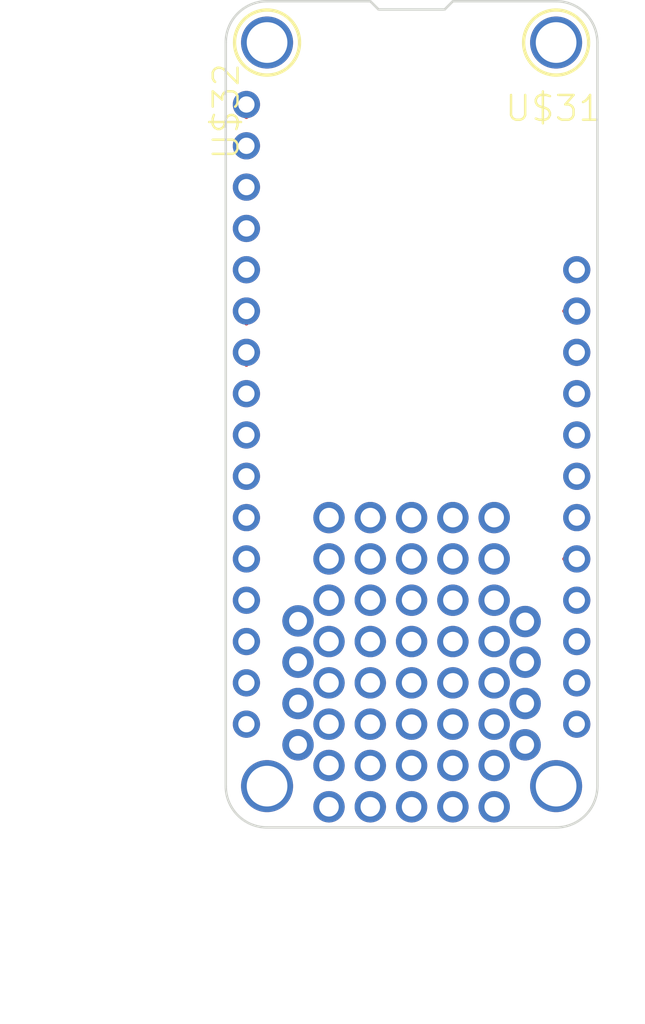
<source format=kicad_pcb>
(kicad_pcb (version 4) (host pcbnew 4.0.7-e2-6376~58~ubuntu16.04.1)

  (general
    (links 1)
    (no_connects 1)
    (area 102.6952 78.0582 166.361502 107.5942)
    (thickness 1.6)
    (drawings 16)
    (tracks 56)
    (zones 0)
    (modules 6)
    (nets 28)
  )

  (page A4)
  (layers
    (0 Top signal)
    (31 Bottom signal)
    (32 B.Adhes user hide)
    (33 F.Adhes user hide)
    (34 B.Paste user hide)
    (35 F.Paste user hide)
    (36 B.SilkS user hide)
    (37 F.SilkS user hide)
    (38 B.Mask user)
    (39 F.Mask user hide)
    (40 Dwgs.User user)
    (41 Cmts.User user hide)
    (42 Eco1.User user)
    (43 Eco2.User user hide)
    (44 Edge.Cuts user)
    (45 Margin user hide)
    (46 B.CrtYd user hide)
    (47 F.CrtYd user hide)
    (48 B.Fab user hide)
    (49 F.Fab user hide)
  )

  (setup
    (last_trace_width 0.25)
    (trace_clearance 0.2)
    (zone_clearance 0.508)
    (zone_45_only no)
    (trace_min 0.2)
    (segment_width 0.2)
    (edge_width 0.15)
    (via_size 0.6)
    (via_drill 0.4)
    (via_min_size 0.4)
    (via_min_drill 0.3)
    (uvia_size 0.3)
    (uvia_drill 0.1)
    (uvias_allowed no)
    (uvia_min_size 0.2)
    (uvia_min_drill 0.1)
    (pcb_text_width 0.3)
    (pcb_text_size 1.5 1.5)
    (mod_edge_width 0.15)
    (mod_text_size 1 1)
    (mod_text_width 0.15)
    (pad_size 3.2 3.2)
    (pad_drill 2.5)
    (pad_to_mask_clearance 0.2)
    (aux_axis_origin 0 0)
    (visible_elements FFFCD60F)
    (pcbplotparams
      (layerselection 0x00030_80000001)
      (usegerberextensions false)
      (excludeedgelayer true)
      (linewidth 0.100000)
      (plotframeref false)
      (viasonmask false)
      (mode 1)
      (useauxorigin false)
      (hpglpennumber 1)
      (hpglpenspeed 20)
      (hpglpendiameter 15)
      (hpglpenoverlay 2)
      (psnegative false)
      (psa4output false)
      (plotreference true)
      (plotvalue true)
      (plotinvisibletext false)
      (padsonsilk false)
      (subtractmaskfromsilk false)
      (outputformat 1)
      (mirror false)
      (drillshape 1)
      (scaleselection 1)
      (outputdirectory ""))
  )

  (net 0 "")
  (net 1 GND)
  (net 2 MOSI)
  (net 3 MISO)
  (net 4 SCK)
  (net 5 A5)
  (net 6 A4)
  (net 7 A3)
  (net 8 A2)
  (net 9 A1)
  (net 10 D11)
  (net 11 D12)
  (net 12 +3V3)
  (net 13 VBUS)
  (net 14 VBAT)
  (net 15 AREF)
  (net 16 D13)
  (net 17 A0)
  (net 18 SCL)
  (net 19 SDA)
  (net 20 D9)
  (net 21 D6)
  (net 22 D5)
  (net 23 D1)
  (net 24 D0)
  (net 25 D10)
  (net 26 !RESET)
  (net 27 EN)

  (net_class Default "This is the default net class."
    (clearance 0.2)
    (trace_width 0.25)
    (via_dia 0.6)
    (via_drill 0.4)
    (uvia_dia 0.3)
    (uvia_drill 0.1)
    (add_net !RESET)
    (add_net +3V3)
    (add_net A0)
    (add_net A1)
    (add_net A2)
    (add_net A3)
    (add_net A4)
    (add_net A5)
    (add_net AREF)
    (add_net D0)
    (add_net D1)
    (add_net D10)
    (add_net D11)
    (add_net D12)
    (add_net D13)
    (add_net D5)
    (add_net D6)
    (add_net D9)
    (add_net EN)
    (add_net GND)
    (add_net MISO)
    (add_net MOSI)
    (add_net SCK)
    (add_net SCL)
    (add_net SDA)
    (add_net VBAT)
    (add_net VBUS)
  )

  (module MOUNTINGHOLE_2.5_PLATED (layer Top) (tedit 5A0C2855) (tstamp 5A0A406A)
    (at 138.9664 73.9651 180)
    (fp_text reference U$32 (at 3.4064 -1.1589 270) (layer F.SilkS)
      (effects (font (thickness 0.15)) (justify right top))
    )
    (fp_text value "" (at 0 0 180) (layer F.SilkS) hide
      (effects (font (thickness 0.15)) (justify right top))
    )
    (fp_circle (center 0 0) (end 2 0) (layer F.SilkS) (width 0.2032))
    (fp_circle (center 0 0) (end 1 0) (layer Cmts.User) (width 2.032))
    (fp_circle (center 0 0) (end 1 0) (layer Cmts.User) (width 2.032))
    (fp_circle (center 0 0) (end 1 0) (layer Cmts.User) (width 2.032))
    (fp_circle (center 0 0) (end 1 0) (layer Cmts.User) (width 2.032))
    (pad "" thru_hole circle (at 0 0 180) (size 3.2 3.2) (drill 2.5) (layers *.Cu *.Mask))
  )

  (module "" (layer Top) (tedit 5A0AE1E7) (tstamp 0)
    (at 156.7464 119.6851 270)
    (fp_text reference "" (at 0.2389 -4.6136 270) (layer F.SilkS) hide
      (effects (font (thickness 0.15)))
    )
    (fp_text value "" (at 0 0 270) (layer F.SilkS)
      (effects (font (thickness 0.15)))
    )
    (pad "" thru_hole circle (at 0 0 270) (size 3.2 3.2) (drill 2.5) (layers *.Cu *.Mask))
  )

  (module "" (layer Top) (tedit 5A0AE1ED) (tstamp 0)
    (at 138.9664 119.6851 270)
    (fp_text reference "" (at 2.5389 4.3064 270) (layer F.SilkS) hide
      (effects (font (thickness 0.15)))
    )
    (fp_text value "" (at 0 0 270) (layer F.SilkS)
      (effects (font (thickness 0.15)))
    )
    (pad "" thru_hole circle (at 0 0 270) (size 3.2 3.2) (drill 2.5) (layers *.Cu *.Mask))
  )

  (module MOUNTINGHOLE_2.5_PLATED (layer Top) (tedit 5A0C2850) (tstamp 5A0A4061)
    (at 156.7464 73.9651 180)
    (fp_text reference U$31 (at -2.9136 -3.1589 180) (layer F.SilkS)
      (effects (font (thickness 0.15)) (justify right top))
    )
    (fp_text value "" (at -3.0136 14.0411 180) (layer F.SilkS) hide
      (effects (font (thickness 0.15)) (justify right top))
    )
    (fp_circle (center 0 0) (end 2 0) (layer F.SilkS) (width 0.2032))
    (fp_circle (center 0 0) (end 1 0) (layer Cmts.User) (width 2.032))
    (fp_circle (center 0 0) (end 1 0) (layer Cmts.User) (width 2.032))
    (fp_circle (center 0 0) (end 1 0) (layer Cmts.User) (width 2.032))
    (fp_circle (center 0 0) (end 1 0) (layer Cmts.User) (width 2.032))
    (pad "" thru_hole circle (at 0 0 180) (size 3.2 3.2) (drill 2.5) (layers *.Cu *.Mask))
  )

  (module 1X16_ROUND (layer Top) (tedit 5A0AE13E) (tstamp 5A0A412C)
    (at 137.6964 96.8251 90)
    (descr "<b>PIN HEADER</b>")
    (fp_text reference "" (at -0.1989 -2.7364 90) (layer F.SilkS) hide
      (effects (font (size 0.77216 0.77216) (thickness 0.138988)) (justify right top))
    )
    (fp_text value "" (at -20.32 3.175 270) (layer F.SilkS)
      (effects (font (size 0.38608 0.38608) (thickness 0.038608)) (justify right top))
    )
    (fp_line (start -20.32 -0.635) (end -20.32 0.635) (layer Dwgs.User) (width 0.2032))
    (fp_poly (pts (xy 16.256 0.254) (xy 16.764 0.254) (xy 16.764 -0.254) (xy 16.256 -0.254)) (layer Dwgs.User) (width 0))
    (fp_poly (pts (xy 13.716 0.254) (xy 14.224 0.254) (xy 14.224 -0.254) (xy 13.716 -0.254)) (layer Dwgs.User) (width 0))
    (fp_poly (pts (xy 11.176 0.254) (xy 11.684 0.254) (xy 11.684 -0.254) (xy 11.176 -0.254)) (layer Dwgs.User) (width 0))
    (fp_poly (pts (xy 8.636 0.254) (xy 9.144 0.254) (xy 9.144 -0.254) (xy 8.636 -0.254)) (layer Dwgs.User) (width 0))
    (fp_poly (pts (xy 6.096 0.254) (xy 6.604 0.254) (xy 6.604 -0.254) (xy 6.096 -0.254)) (layer Dwgs.User) (width 0))
    (fp_poly (pts (xy 3.556 0.254) (xy 4.064 0.254) (xy 4.064 -0.254) (xy 3.556 -0.254)) (layer Dwgs.User) (width 0))
    (fp_poly (pts (xy 1.016 0.254) (xy 1.524 0.254) (xy 1.524 -0.254) (xy 1.016 -0.254)) (layer Dwgs.User) (width 0))
    (fp_poly (pts (xy -1.524 0.254) (xy -1.016 0.254) (xy -1.016 -0.254) (xy -1.524 -0.254)) (layer Dwgs.User) (width 0))
    (fp_poly (pts (xy -4.064 0.254) (xy -3.556 0.254) (xy -3.556 -0.254) (xy -4.064 -0.254)) (layer Dwgs.User) (width 0))
    (fp_poly (pts (xy -6.604 0.254) (xy -6.096 0.254) (xy -6.096 -0.254) (xy -6.604 -0.254)) (layer Dwgs.User) (width 0))
    (fp_poly (pts (xy -9.144 0.254) (xy -8.636 0.254) (xy -8.636 -0.254) (xy -9.144 -0.254)) (layer Dwgs.User) (width 0))
    (fp_poly (pts (xy -11.684 0.254) (xy -11.176 0.254) (xy -11.176 -0.254) (xy -11.684 -0.254)) (layer Dwgs.User) (width 0))
    (fp_poly (pts (xy -14.224 0.254) (xy -13.716 0.254) (xy -13.716 -0.254) (xy -14.224 -0.254)) (layer Dwgs.User) (width 0))
    (fp_poly (pts (xy -16.764 0.254) (xy -16.256 0.254) (xy -16.256 -0.254) (xy -16.764 -0.254)) (layer Dwgs.User) (width 0))
    (fp_poly (pts (xy -19.304 0.254) (xy -18.796 0.254) (xy -18.796 -0.254) (xy -19.304 -0.254)) (layer Dwgs.User) (width 0))
    (fp_poly (pts (xy 18.796 0.254) (xy 19.304 0.254) (xy 19.304 -0.254) (xy 18.796 -0.254)) (layer Dwgs.User) (width 0))
    (pad 1 thru_hole circle (at -19.05 0 180) (size 1.6764 1.6764) (drill 1) (layers *.Cu *.Mask)
      (net 1 GND))
    (pad 2 thru_hole circle (at -16.51 0 180) (size 1.6764 1.6764) (drill 1) (layers *.Cu *.Mask)
      (net 23 D1))
    (pad 3 thru_hole circle (at -13.97 0 180) (size 1.6764 1.6764) (drill 1) (layers *.Cu *.Mask)
      (net 24 D0))
    (pad 4 thru_hole circle (at -11.43 0 180) (size 1.6764 1.6764) (drill 1) (layers *.Cu *.Mask)
      (net 3 MISO))
    (pad 5 thru_hole circle (at -8.89 0 180) (size 1.6764 1.6764) (drill 1) (layers *.Cu *.Mask)
      (net 2 MOSI))
    (pad 6 thru_hole circle (at -6.35 0 180) (size 1.6764 1.6764) (drill 1) (layers *.Cu *.Mask)
      (net 4 SCK))
    (pad 7 thru_hole circle (at -3.81 0 180) (size 1.6764 1.6764) (drill 1) (layers *.Cu *.Mask)
      (net 5 A5))
    (pad 8 thru_hole circle (at -1.27 0 180) (size 1.6764 1.6764) (drill 1) (layers *.Cu *.Mask)
      (net 6 A4))
    (pad 9 thru_hole circle (at 1.27 0 180) (size 1.6764 1.6764) (drill 1) (layers *.Cu *.Mask)
      (net 7 A3))
    (pad 10 thru_hole circle (at 3.81 0 180) (size 1.6764 1.6764) (drill 1) (layers *.Cu *.Mask)
      (net 8 A2))
    (pad 11 thru_hole circle (at 6.35 0 180) (size 1.6764 1.6764) (drill 1) (layers *.Cu *.Mask)
      (net 9 A1))
    (pad 12 thru_hole circle (at 8.89 0 180) (size 1.6764 1.6764) (drill 1) (layers *.Cu *.Mask)
      (net 17 A0))
    (pad 13 thru_hole circle (at 11.43 0 180) (size 1.6764 1.6764) (drill 1) (layers *.Cu *.Mask)
      (net 1 GND))
    (pad 14 thru_hole circle (at 13.97 0 180) (size 1.6764 1.6764) (drill 1) (layers *.Cu *.Mask)
      (net 15 AREF))
    (pad 15 thru_hole circle (at 16.51 0 180) (size 1.6764 1.6764) (drill 1) (layers *.Cu *.Mask)
      (net 12 +3V3))
    (pad 16 thru_hole circle (at 19.05 0 180) (size 1.6764 1.6764) (drill 1) (layers *.Cu *.Mask)
      (net 26 !RESET))
  )

  (module 1X12_ROUND (layer Top) (tedit 5A0AE143) (tstamp 5A0A45CF)
    (at 158.0164 101.9051 270)
    (fp_text reference "" (at 0.0189 -1.7436 270) (layer F.SilkS) hide
      (effects (font (size 0.77216 0.77216) (thickness 0.138988)) (justify left bottom))
    )
    (fp_text value "" (at -15.24 3.175 270) (layer F.SilkS)
      (effects (font (size 0.38608 0.38608) (thickness 0.038608)) (justify left bottom))
    )
    (fp_line (start -15.24 -0.635) (end -15.24 0.635) (layer Dwgs.User) (width 0.2032))
    (fp_poly (pts (xy 6.096 0.254) (xy 6.604 0.254) (xy 6.604 -0.254) (xy 6.096 -0.254)) (layer Dwgs.User) (width 0))
    (fp_poly (pts (xy 3.556 0.254) (xy 4.064 0.254) (xy 4.064 -0.254) (xy 3.556 -0.254)) (layer Dwgs.User) (width 0))
    (fp_poly (pts (xy 1.016 0.254) (xy 1.524 0.254) (xy 1.524 -0.254) (xy 1.016 -0.254)) (layer Dwgs.User) (width 0))
    (fp_poly (pts (xy -1.524 0.254) (xy -1.016 0.254) (xy -1.016 -0.254) (xy -1.524 -0.254)) (layer Dwgs.User) (width 0))
    (fp_poly (pts (xy -4.064 0.254) (xy -3.556 0.254) (xy -3.556 -0.254) (xy -4.064 -0.254)) (layer Dwgs.User) (width 0))
    (fp_poly (pts (xy -6.604 0.254) (xy -6.096 0.254) (xy -6.096 -0.254) (xy -6.604 -0.254)) (layer Dwgs.User) (width 0))
    (fp_poly (pts (xy -9.144 0.254) (xy -8.636 0.254) (xy -8.636 -0.254) (xy -9.144 -0.254)) (layer Dwgs.User) (width 0))
    (fp_poly (pts (xy -11.684 0.254) (xy -11.176 0.254) (xy -11.176 -0.254) (xy -11.684 -0.254)) (layer Dwgs.User) (width 0))
    (fp_poly (pts (xy -14.224 0.254) (xy -13.716 0.254) (xy -13.716 -0.254) (xy -14.224 -0.254)) (layer Dwgs.User) (width 0))
    (fp_poly (pts (xy 8.636 0.254) (xy 9.144 0.254) (xy 9.144 -0.254) (xy 8.636 -0.254)) (layer Dwgs.User) (width 0))
    (fp_poly (pts (xy 11.176 0.254) (xy 11.684 0.254) (xy 11.684 -0.254) (xy 11.176 -0.254)) (layer Dwgs.User) (width 0))
    (fp_poly (pts (xy 13.716 0.254) (xy 14.224 0.254) (xy 14.224 -0.254) (xy 13.716 -0.254)) (layer Dwgs.User) (width 0))
    (pad 1 thru_hole circle (at -13.97 0) (size 1.6764 1.6764) (drill 1) (layers *.Cu *.Mask)
      (net 14 VBAT))
    (pad 2 thru_hole circle (at -11.43 0) (size 1.6764 1.6764) (drill 1) (layers *.Cu *.Mask)
      (net 27 EN))
    (pad 3 thru_hole circle (at -8.89 0) (size 1.6764 1.6764) (drill 1) (layers *.Cu *.Mask)
      (net 13 VBUS))
    (pad 4 thru_hole circle (at -6.35 0) (size 1.6764 1.6764) (drill 1) (layers *.Cu *.Mask)
      (net 16 D13))
    (pad 5 thru_hole circle (at -3.81 0) (size 1.6764 1.6764) (drill 1) (layers *.Cu *.Mask)
      (net 11 D12))
    (pad 6 thru_hole circle (at -1.27 0) (size 1.6764 1.6764) (drill 1) (layers *.Cu *.Mask)
      (net 10 D11))
    (pad 7 thru_hole circle (at 1.27 0) (size 1.6764 1.6764) (drill 1) (layers *.Cu *.Mask)
      (net 25 D10))
    (pad 8 thru_hole circle (at 3.81 0) (size 1.6764 1.6764) (drill 1) (layers *.Cu *.Mask)
      (net 20 D9))
    (pad 9 thru_hole circle (at 6.35 0) (size 1.6764 1.6764) (drill 1) (layers *.Cu *.Mask)
      (net 21 D6))
    (pad 10 thru_hole circle (at 8.89 0) (size 1.6764 1.6764) (drill 1) (layers *.Cu *.Mask)
      (net 22 D5))
    (pad 11 thru_hole circle (at 11.43 0) (size 1.6764 1.6764) (drill 1) (layers *.Cu *.Mask)
      (net 18 SCL))
    (pad 12 thru_hole circle (at 13.97 0) (size 1.6764 1.6764) (drill 1) (layers *.Cu *.Mask)
      (net 19 SDA))
  )

  (dimension 6.4135 (width 0.3) (layer Dwgs.User)
    (gr_text "6,413 mm" (at 128.825 119.09425 90) (layer Dwgs.User)
      (effects (font (size 1.5 1.5) (thickness 0.3)))
    )
    (feature1 (pts (xy 137.668 115.8875) (xy 127.475 115.8875)))
    (feature2 (pts (xy 137.668 122.301) (xy 127.475 122.301)))
    (crossbar (pts (xy 130.175 122.301) (xy 130.175 115.8875)))
    (arrow1a (pts (xy 130.175 115.8875) (xy 130.761421 117.014004)))
    (arrow1b (pts (xy 130.175 115.8875) (xy 129.588579 117.014004)))
    (arrow2a (pts (xy 130.175 122.301) (xy 130.761421 121.174496)))
    (arrow2b (pts (xy 130.175 122.301) (xy 129.588579 121.174496)))
  )
  (dimension 20.32 (width 0.3) (layer Dwgs.User)
    (gr_text "20,320 mm" (at 147.828 131.906) (layer Dwgs.User)
      (effects (font (size 1.5 1.5) (thickness 0.3)))
    )
    (feature1 (pts (xy 157.988 114.808) (xy 157.988 133.256)))
    (feature2 (pts (xy 137.668 114.808) (xy 137.668 133.256)))
    (crossbar (pts (xy 137.668 130.556) (xy 157.988 130.556)))
    (arrow1a (pts (xy 157.988 130.556) (xy 156.861496 131.142421)))
    (arrow1b (pts (xy 157.988 130.556) (xy 156.861496 129.969579)))
    (arrow2a (pts (xy 137.668 130.556) (xy 138.794504 131.142421)))
    (arrow2b (pts (xy 137.668 130.556) (xy 138.794504 129.969579)))
  )
  (dimension 3.175 (width 0.3) (layer Dwgs.User)
    (gr_text "3,175 mm" (at 156.4005 134.954) (layer Dwgs.User)
      (effects (font (size 1.5 1.5) (thickness 0.3)))
    )
    (feature1 (pts (xy 154.813 107.061) (xy 154.813 136.304)))
    (feature2 (pts (xy 157.988 107.061) (xy 157.988 136.304)))
    (crossbar (pts (xy 157.988 133.604) (xy 154.813 133.604)))
    (arrow1a (pts (xy 154.813 133.604) (xy 155.939504 133.017579)))
    (arrow1b (pts (xy 154.813 133.604) (xy 155.939504 134.190421)))
    (arrow2a (pts (xy 157.988 133.604) (xy 156.861496 133.017579)))
    (arrow2b (pts (xy 157.988 133.604) (xy 156.861496 134.190421)))
  )
  (dimension 23.010106 (width 0.3) (layer Dwgs.User)
    (gr_text "23,010 mm" (at 147.818755 128.213268 359.8256979) (layer Dwgs.User)
      (effects (font (size 1.5 1.5) (thickness 0.3)))
    )
    (feature1 (pts (xy 136.35 116.264) (xy 136.309648 129.528262)))
    (feature2 (pts (xy 159.36 116.334) (xy 159.319648 129.598262)))
    (crossbar (pts (xy 159.327862 126.898274) (xy 136.317862 126.828274)))
    (arrow1a (pts (xy 136.317862 126.828274) (xy 137.446145 126.245283)))
    (arrow1b (pts (xy 136.317862 126.828274) (xy 137.442577 127.418119)))
    (arrow2a (pts (xy 159.327862 126.898274) (xy 158.203147 126.308429)))
    (arrow2b (pts (xy 159.327862 126.898274) (xy 158.199579 127.481265)))
  )
  (gr_line (start 136.4264 73.9651) (end 136.4264 119.6851) (layer Edge.Cuts) (width 0.15) (tstamp 38DD320))
  (gr_arc (start 138.9664 119.6851) (end 136.4264 119.6851) (angle -90) (layer Edge.Cuts) (width 0.15) (tstamp 38DDCA0))
  (gr_line (start 138.9664 122.2251) (end 156.7464 122.2251) (layer Edge.Cuts) (width 0.15) (tstamp 38DE750))
  (gr_arc (start 156.7464 119.6851) (end 156.7464 122.2251) (angle -90) (layer Edge.Cuts) (width 0.15) (tstamp 38DF0D0))
  (gr_line (start 159.2864 119.6851) (end 159.2864 73.9651) (layer Edge.Cuts) (width 0.15) (tstamp 38DFB80))
  (gr_arc (start 156.7464 73.9651) (end 159.2864 73.9651) (angle -90) (layer Edge.Cuts) (width 0.15) (tstamp 38E0500))
  (gr_line (start 156.7464 71.4251) (end 150.3964 71.4251) (layer Edge.Cuts) (width 0.15) (tstamp 38E0FB0))
  (gr_line (start 150.3964 71.4251) (end 149.8884 71.9331) (layer Edge.Cuts) (width 0.15) (tstamp 38E1930))
  (gr_line (start 149.8884 71.9331) (end 145.8244 71.9331) (layer Edge.Cuts) (width 0.15) (tstamp 38E22B0))
  (gr_line (start 145.8244 71.9331) (end 145.3164 71.4251) (layer Edge.Cuts) (width 0.15) (tstamp 38E2C30))
  (gr_line (start 145.3164 71.4251) (end 138.9664 71.4251) (layer Edge.Cuts) (width 0.15) (tstamp 38E35B0))
  (gr_arc (start 138.9664 73.9651) (end 138.9664 71.4251) (angle -90) (layer Edge.Cuts) (width 0.15) (tstamp 38E3F30))

  (via (at 154.8414 109.5651) (size 1.9304) (drill 1.1) (layers Top Bottom) (net 0) (tstamp 5A0AFB41))
  (via (at 152.9364 115.8751) (size 1.9304) (drill 1.2) (layers Top Bottom) (net 0) (tstamp 4340E30))
  (via (at 150.3964 115.8751) (size 1.9304) (drill 1.2) (layers Top Bottom) (net 0) (tstamp 4341A10))
  (via (at 150.3964 118.4151) (size 1.9304) (drill 1.2) (layers Top Bottom) (net 0) (tstamp 43425F0))
  (via (at 152.9364 118.4151) (size 1.9304) (drill 1.2) (layers Top Bottom) (net 0) (tstamp 43431D0))
  (via (at 152.9364 120.9551) (size 1.9304) (drill 1.2) (layers Top Bottom) (net 0) (tstamp 4343DB0))
  (via (at 150.3964 120.9551) (size 1.9304) (drill 1.2) (layers Top Bottom) (net 0) (tstamp 4344990))
  (via (at 147.8564 120.9551) (size 1.9304) (drill 1.2) (layers Top Bottom) (net 0) (tstamp 4345570))
  (via (at 145.3164 120.9551) (size 1.9304) (drill 1.2) (layers Top Bottom) (net 0) (tstamp 4346150))
  (via (at 145.3164 118.4151) (size 1.9304) (drill 1.2) (layers Top Bottom) (net 0) (tstamp 4346D30))
  (via (at 147.8564 118.4151) (size 1.9304) (drill 1.2) (layers Top Bottom) (net 0) (tstamp 4347910))
  (via (at 147.8564 115.8751) (size 1.9304) (drill 1.2) (layers Top Bottom) (net 0) (tstamp 43484F0))
  (via (at 145.3164 115.8751) (size 1.9304) (drill 1.2) (layers Top Bottom) (net 0) (tstamp 43490D0))
  (via (at 142.7764 115.8751) (size 1.9304) (drill 1.2) (layers Top Bottom) (net 0) (tstamp 4349CB0))
  (via (at 142.7764 118.4151) (size 1.9304) (drill 1.2) (layers Top Bottom) (net 0) (tstamp 434A890))
  (via (at 142.7764 113.3351) (size 1.9304) (drill 1.2) (layers Top Bottom) (net 0) (tstamp 434B470))
  (via (at 145.3164 113.3351) (size 1.9304) (drill 1.2) (layers Top Bottom) (net 0) (tstamp 434C050))
  (via (at 147.8564 113.3351) (size 1.9304) (drill 1.2) (layers Top Bottom) (net 0) (tstamp 434CC30))
  (via (at 150.3964 113.3351) (size 1.9304) (drill 1.2) (layers Top Bottom) (net 0) (tstamp 434D8A0))
  (via (at 152.9364 113.3351) (size 1.9304) (drill 1.2) (layers Top Bottom) (net 0) (tstamp 434E480))
  (via (at 152.9364 110.7951) (size 1.9304) (drill 1.2) (layers Top Bottom) (net 0) (tstamp 434F060))
  (via (at 150.3964 110.7951) (size 1.9304) (drill 1.2) (layers Top Bottom) (net 0) (tstamp 434FC40))
  (via (at 147.8564 110.7951) (size 1.9304) (drill 1.2) (layers Top Bottom) (net 0) (tstamp 4350820))
  (via (at 142.7764 110.7951) (size 1.9304) (drill 1.2) (layers Top Bottom) (net 0) (tstamp 4351FE0))
  (via (at 142.7764 108.2551) (size 1.9304) (drill 1.2) (layers Top Bottom) (net 0) (tstamp 4352BC0))
  (via (at 147.8564 108.2551) (size 1.9304) (drill 1.2) (layers Top Bottom) (net 0) (tstamp 4354380))
  (via (at 150.3964 108.2551) (size 1.9304) (drill 1.2) (layers Top Bottom) (net 0) (tstamp 4354F60))
  (via (at 152.9364 108.2551) (size 1.9304) (drill 1.2) (layers Top Bottom) (net 0) (tstamp 4355B40))
  (via (at 152.9364 105.7151) (size 1.9304) (drill 1.2) (layers Top Bottom) (net 0) (tstamp 4356720))
  (via (at 150.3964 105.7151) (size 1.9304) (drill 1.2) (layers Top Bottom) (net 0) (tstamp 4357300))
  (via (at 147.8564 105.7151) (size 1.9304) (drill 1.2) (layers Top Bottom) (net 0) (tstamp 4357EE0))
  (via (at 142.7764 105.7151) (size 1.9304) (drill 1.2) (layers Top Bottom) (net 0) (tstamp 43596A0))
  (via (at 142.7764 120.9551) (size 1.9304) (drill 1.2) (layers Top Bottom) (net 0) (tstamp 435A280))
  (via (at 150.3964 103.1751) (size 1.9304) (drill 1.2) (layers Top Bottom) (net 0) (tstamp 435AE60))
  (via (at 147.8564 103.1751) (size 1.9304) (drill 1.2) (layers Top Bottom) (net 0) (tstamp 435BA40))
  (via (at 152.9364 103.1751) (size 1.9304) (drill 1.2) (layers Top Bottom) (net 0) (tstamp 435C620))
  (via (at 142.7764 103.1751) (size 1.9304) (drill 1.2) (layers Top Bottom) (net 0) (tstamp 435DDE0))
  (via (at 145.3164 110.7951) (size 1.9304) (drill 1.2) (layers Top Bottom) (net 0) (tstamp 4351400))
  (via (at 145.3164 103.1751) (size 1.9304) (drill 1.2) (layers Top Bottom) (net 0) (tstamp 435D200))
  (via (at 145.3164 108.2551) (size 1.9304) (drill 1.2) (layers Top Bottom) (net 0) (tstamp 43537A0))
  (via (at 145.3164 105.7151) (size 1.9304) (drill 1.2) (layers Top Bottom) (net 0) (tstamp 4358AC0))
  (via (at 154.8414 112.0651) (size 1.9304) (drill 1.1) (layers Top Bottom) (net 0) (tstamp 424F180))
  (via (at 154.8414 114.6051) (size 1.9304) (drill 1.1) (layers Top Bottom) (net 0) (tstamp 424F9D0))
  (via (at 154.8414 117.1451) (size 1.9304) (drill 1.1) (layers Top Bottom) (net 0) (tstamp 4250220))
  (via (at 140.8714 109.5251) (size 1.9304) (drill 1.1) (layers Top Bottom) (net 0) (tstamp 41F3410))
  (via (at 140.8714 112.0651) (size 1.9304) (drill 1.1) (layers Top Bottom) (net 0) (tstamp 41F3C60))
  (via (at 140.8714 114.6051) (size 1.9304) (drill 1.1) (layers Top Bottom) (net 0) (tstamp 41F44B0))
  (via (at 140.8714 117.1451) (size 1.9304) (drill 1.1) (layers Top Bottom) (net 0) (tstamp 41F4D00))
  (segment (start 137.6964 93.2691) (end 137.6964 93.0151) (width 0.254) (layer Top) (net 8) (tstamp 4224890))
  (segment (start 137.6964 93.7771) (end 137.6964 93.0151) (width 0.254) (layer Top) (net 8) (tstamp 4226E90))
  (segment (start 137.6964 91.2371) (end 137.6964 90.4751) (width 0.254) (layer Top) (net 9) (tstamp 422A1A0))
  (segment (start 157.2544 105.7151) (end 158.0164 105.7151) (width 0.254) (layer Top) (net 20) (tstamp 42D90A0))
  (segment (start 157.5084 110.7951) (end 158.0164 110.7951) (width 0.254) (layer Top) (net 22) (tstamp 42F5490))
  (segment (start 137.6964 77.7751) (end 137.6964 77.9021) (width 0.254) (layer Top) (net 26) (tstamp 4320250))
  (segment (start 137.6964 78.5371) (end 137.6964 77.7751) (width 0.254) (layer Top) (net 26) (tstamp 4327220))
  (segment (start 157.2544 90.4751) (end 158.0164 90.4751) (width 0.254) (layer Top) (net 27) (tstamp 4361480))

)

</source>
